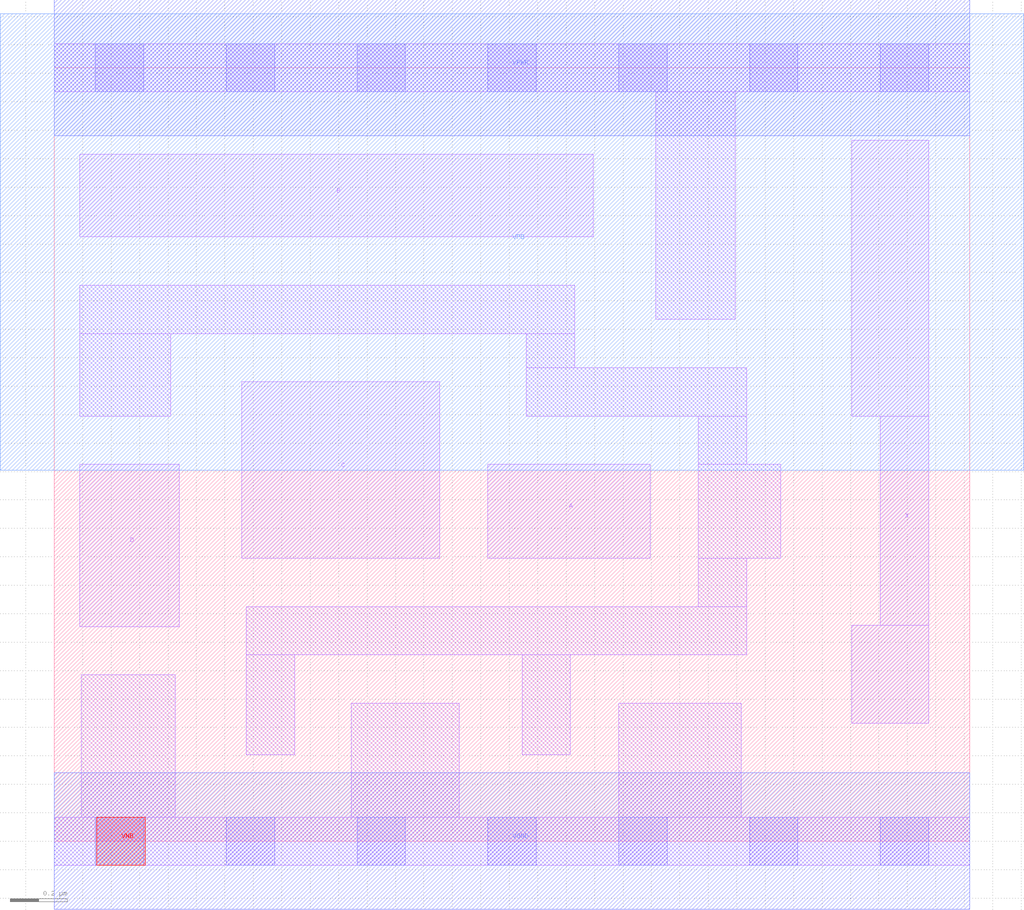
<source format=lef>
# Copyright 2020 The SkyWater PDK Authors
#
# Licensed under the Apache License, Version 2.0 (the "License");
# you may not use this file except in compliance with the License.
# You may obtain a copy of the License at
#
#     https://www.apache.org/licenses/LICENSE-2.0
#
# Unless required by applicable law or agreed to in writing, software
# distributed under the License is distributed on an "AS IS" BASIS,
# WITHOUT WARRANTIES OR CONDITIONS OF ANY KIND, either express or implied.
# See the License for the specific language governing permissions and
# limitations under the License.
#
# SPDX-License-Identifier: Apache-2.0

VERSION 5.7 ;
  NOWIREEXTENSIONATPIN ON ;
  DIVIDERCHAR "/" ;
  BUSBITCHARS "[]" ;
PROPERTYDEFINITIONS
  MACRO maskLayoutSubType STRING ;
  MACRO prCellType STRING ;
  MACRO originalViewName STRING ;
END PROPERTYDEFINITIONS
MACRO sky130_fd_sc_hdll__or4_1
  CLASS CORE ;
  FOREIGN sky130_fd_sc_hdll__or4_1 ;
  ORIGIN  0.000000  0.000000 ;
  SIZE  3.220000 BY  2.720000 ;
  SYMMETRY X Y R90 ;
  SITE unithd ;
  PIN A
    ANTENNAGATEAREA  0.138600 ;
    DIRECTION INPUT ;
    USE SIGNAL ;
    PORT
      LAYER li1 ;
        RECT 1.525000 0.995000 2.095000 1.325000 ;
    END
  END A
  PIN B
    ANTENNAGATEAREA  0.138600 ;
    DIRECTION INPUT ;
    USE SIGNAL ;
    PORT
      LAYER li1 ;
        RECT 0.090000 2.125000 1.895000 2.415000 ;
    END
  END B
  PIN C
    ANTENNAGATEAREA  0.138600 ;
    DIRECTION INPUT ;
    USE SIGNAL ;
    PORT
      LAYER li1 ;
        RECT 0.660000 0.995000 1.355000 1.615000 ;
    END
  END C
  PIN D
    ANTENNAGATEAREA  0.138600 ;
    DIRECTION INPUT ;
    USE SIGNAL ;
    PORT
      LAYER li1 ;
        RECT 0.090000 0.755000 0.440000 1.325000 ;
    END
  END D
  PIN VGND
    ANTENNADIFFAREA  0.479850 ;
    DIRECTION INOUT ;
    USE SIGNAL ;
    PORT
      LAYER met1 ;
        RECT 0.000000 -0.240000 3.220000 0.240000 ;
    END
  END VGND
  PIN VPWR
    ANTENNADIFFAREA  0.310700 ;
    DIRECTION INOUT ;
    USE SIGNAL ;
    PORT
      LAYER met1 ;
        RECT 0.000000 2.480000 3.220000 2.960000 ;
    END
  END VPWR
  PIN X
    ANTENNADIFFAREA  0.703000 ;
    DIRECTION OUTPUT ;
    USE SIGNAL ;
    PORT
      LAYER li1 ;
        RECT 2.805000 0.415000 3.075000 0.760000 ;
        RECT 2.805000 1.495000 3.075000 2.465000 ;
        RECT 2.905000 0.760000 3.075000 1.495000 ;
    END
  END X
  PIN VNB
    DIRECTION INOUT ;
    USE GROUND ;
    PORT
      LAYER pwell ;
        RECT 0.150000 -0.085000 0.320000 0.085000 ;
    END
  END VNB
  PIN VPB
    DIRECTION INOUT ;
    USE POWER ;
    PORT
      LAYER nwell ;
        RECT -0.190000 1.305000 3.410000 2.910000 ;
    END
  END VPB
  OBS
    LAYER li1 ;
      RECT 0.000000 -0.085000 3.220000 0.085000 ;
      RECT 0.000000  2.635000 3.220000 2.805000 ;
      RECT 0.090000  1.495000 0.410000 1.785000 ;
      RECT 0.090000  1.785000 1.830000 1.955000 ;
      RECT 0.095000  0.085000 0.425000 0.585000 ;
      RECT 0.675000  0.305000 0.845000 0.655000 ;
      RECT 0.675000  0.655000 2.435000 0.825000 ;
      RECT 1.045000  0.085000 1.425000 0.485000 ;
      RECT 1.645000  0.305000 1.815000 0.655000 ;
      RECT 1.660000  1.495000 2.435000 1.665000 ;
      RECT 1.660000  1.665000 1.830000 1.785000 ;
      RECT 1.985000  0.085000 2.415000 0.485000 ;
      RECT 2.115000  1.835000 2.395000 2.635000 ;
      RECT 2.265000  0.825000 2.435000 0.995000 ;
      RECT 2.265000  0.995000 2.555000 1.325000 ;
      RECT 2.265000  1.325000 2.435000 1.495000 ;
    LAYER mcon ;
      RECT 0.145000 -0.085000 0.315000 0.085000 ;
      RECT 0.145000  2.635000 0.315000 2.805000 ;
      RECT 0.605000 -0.085000 0.775000 0.085000 ;
      RECT 0.605000  2.635000 0.775000 2.805000 ;
      RECT 1.065000 -0.085000 1.235000 0.085000 ;
      RECT 1.065000  2.635000 1.235000 2.805000 ;
      RECT 1.525000 -0.085000 1.695000 0.085000 ;
      RECT 1.525000  2.635000 1.695000 2.805000 ;
      RECT 1.985000 -0.085000 2.155000 0.085000 ;
      RECT 1.985000  2.635000 2.155000 2.805000 ;
      RECT 2.445000 -0.085000 2.615000 0.085000 ;
      RECT 2.445000  2.635000 2.615000 2.805000 ;
      RECT 2.905000 -0.085000 3.075000 0.085000 ;
      RECT 2.905000  2.635000 3.075000 2.805000 ;
  END
  PROPERTY maskLayoutSubType "abstract" ;
  PROPERTY prCellType "standard" ;
  PROPERTY originalViewName "layout" ;
END sky130_fd_sc_hdll__or4_1
END LIBRARY

</source>
